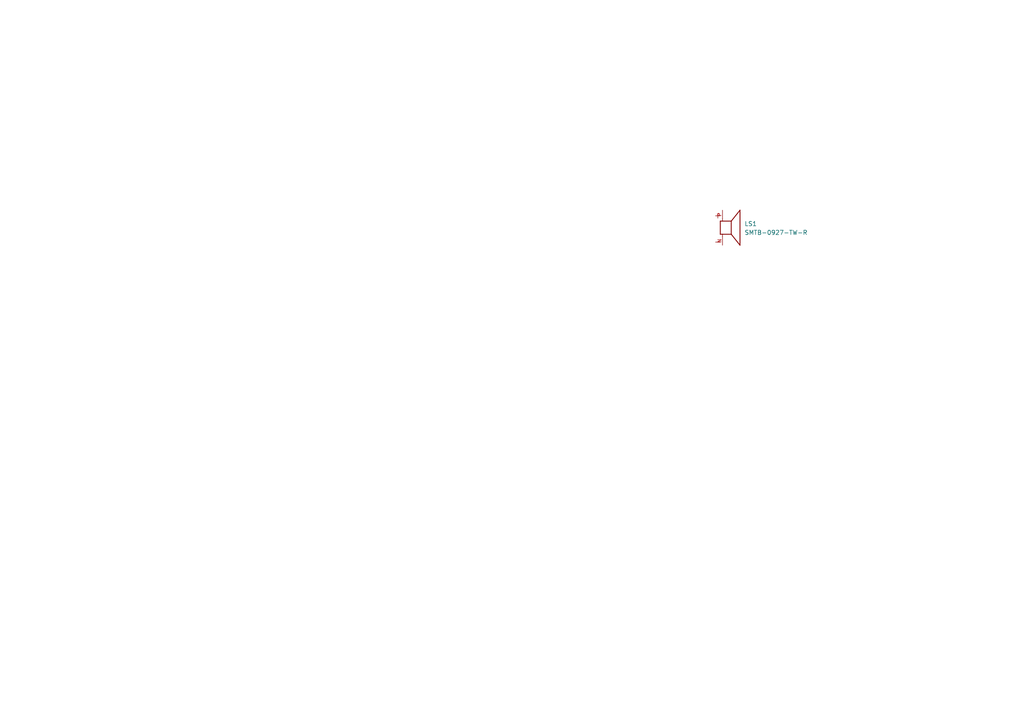
<source format=kicad_sch>
(kicad_sch (version 20250114) (generator "eeschema") (generator_version "9.0")
  (paper "A4")
  (lib_symbols
    (symbol "GAUL_ABRARACOURCIX:SMTB-0927-TW-R" (pin_names (offset 1.016))
      (property "Reference" "LS" (at -1.27 6.35 0))
      (property "Value" "SMTB-0927-TW-R" (at -1.27 -8.255 0))
      (symbol "SMTB-0927-TW-R_0_0"
        (polyline (pts (xy -3.175 1.905) (xy -3.175 -1.905)) (stroke (width 0.254)))
        (polyline (pts (xy -3.175 1.905) (xy -2.54 1.905)) (stroke (width 0.254)))
        (polyline (pts (xy -3.175 -1.905) (xy -2.54 -1.905)) (stroke (width 0.254)))
        (polyline (pts (xy -2.54 2.54) (xy -2.54 1.905)) (stroke (width 0.1524)))
        (polyline (pts (xy -2.54 1.905) (xy 0 1.905)) (stroke (width 0.254)))
        (polyline (pts (xy -2.54 -1.905) (xy 0 -1.905)) (stroke (width 0.254)))
        (polyline (pts (xy -2.54 -2.54) (xy -2.54 -1.905)) (stroke (width 0.1524)))
        (polyline (pts (xy 0 1.905) (xy 2.54 5.08)) (stroke (width 0.254)))
        (polyline (pts (xy 0 -1.905) (xy 0 1.905)) (stroke (width 0.254)))
        (polyline (pts (xy 0 -1.905) (xy 2.54 -5.08)) (stroke (width 0.254)))
        (polyline (pts (xy 2.54 -5.08) (xy 2.54 5.08)) (stroke (width 0.254)))
        (text "+" (at -5.08 2.54 0) (effects (font (size 1.778 1.778)) (justify left bottom)))
        (text "-" (at -5.08 -5.08 0) (effects (font (size 1.778 1.778)) (justify left bottom)))
        (pin passive line (at -2.54 5.08 270) (length 2.54) (name "~") (number "P"))
        (pin passive line (at -2.54 -5.08 90) (length 2.54) (name "~") (number "N"))
      )
    )
  )
  (symbol (lib_id "GAUL_ABRARACOURCIX:SMTB-0927-TW-R") (at 212.09 66.04 0) (unit 1)
    (property "Reference" "LS1" (at 215.9 64.9142 0) (effects (justify left)))
    (property "Value" "SMTB-0927-TW-R" (at 215.9 67.4542 0) (effects (justify left)))
    (property "Footprint" "SMTB-0927-TW-R:XDCR_SMTB-0927-TW-R" (effects (hide yes)))
    (property "PARTREV" "6/1/17" (effects (hide yes)))
    (property "STANDARD" "Manufacturer Recommendations" (effects (hide yes)))
    (property "MAXIMUM_PACKAGE_HEIGHT" "4.8 mm" (effects (hide yes)))
    (property "MANUFACTURER" "Pui Audio" (effects (hide yes)))
  )
)
</source>
